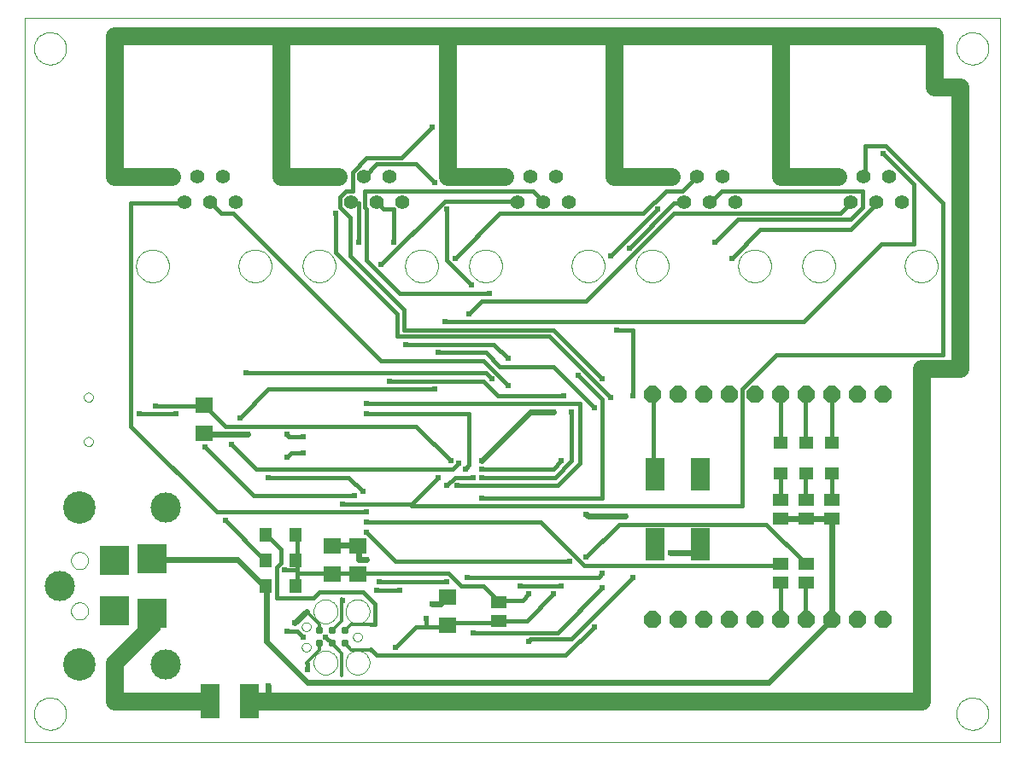
<source format=gbl>
G75*
%MOIN*%
%OFA0B0*%
%FSLAX24Y24*%
%IPPOS*%
%LPD*%
%AMOC8*
5,1,8,0,0,1.08239X$1,22.5*
%
%ADD10C,0.0000*%
%ADD11C,0.0554*%
%ADD12C,0.1181*%
%ADD13C,0.1266*%
%ADD14R,0.1181X0.1181*%
%ADD15R,0.0748X0.1339*%
%ADD16C,0.0310*%
%ADD17R,0.0709X0.0630*%
%ADD18R,0.0472X0.0551*%
%ADD19R,0.0630X0.0512*%
%ADD20OC8,0.0660*%
%ADD21R,0.0591X0.0512*%
%ADD22R,0.0551X0.0472*%
%ADD23R,0.0750X0.1250*%
%ADD24C,0.0240*%
%ADD25C,0.0120*%
%ADD26C,0.0240*%
%ADD27C,0.0180*%
%ADD28C,0.0700*%
D10*
X003100Y000100D02*
X003100Y028396D01*
X041170Y028396D01*
X041170Y000100D01*
X003100Y000100D01*
X003470Y001200D02*
X003472Y001250D01*
X003478Y001300D01*
X003488Y001349D01*
X003502Y001397D01*
X003519Y001444D01*
X003540Y001489D01*
X003565Y001533D01*
X003593Y001574D01*
X003625Y001613D01*
X003659Y001650D01*
X003696Y001684D01*
X003736Y001714D01*
X003778Y001741D01*
X003822Y001765D01*
X003868Y001786D01*
X003915Y001802D01*
X003963Y001815D01*
X004013Y001824D01*
X004062Y001829D01*
X004113Y001830D01*
X004163Y001827D01*
X004212Y001820D01*
X004261Y001809D01*
X004309Y001794D01*
X004355Y001776D01*
X004400Y001754D01*
X004443Y001728D01*
X004484Y001699D01*
X004523Y001667D01*
X004559Y001632D01*
X004591Y001594D01*
X004621Y001554D01*
X004648Y001511D01*
X004671Y001467D01*
X004690Y001421D01*
X004706Y001373D01*
X004718Y001324D01*
X004726Y001275D01*
X004730Y001225D01*
X004730Y001175D01*
X004726Y001125D01*
X004718Y001076D01*
X004706Y001027D01*
X004690Y000979D01*
X004671Y000933D01*
X004648Y000889D01*
X004621Y000846D01*
X004591Y000806D01*
X004559Y000768D01*
X004523Y000733D01*
X004484Y000701D01*
X004443Y000672D01*
X004400Y000646D01*
X004355Y000624D01*
X004309Y000606D01*
X004261Y000591D01*
X004212Y000580D01*
X004163Y000573D01*
X004113Y000570D01*
X004062Y000571D01*
X004013Y000576D01*
X003963Y000585D01*
X003915Y000598D01*
X003868Y000614D01*
X003822Y000635D01*
X003778Y000659D01*
X003736Y000686D01*
X003696Y000716D01*
X003659Y000750D01*
X003625Y000787D01*
X003593Y000826D01*
X003565Y000867D01*
X003540Y000911D01*
X003519Y000956D01*
X003502Y001003D01*
X003488Y001051D01*
X003478Y001100D01*
X003472Y001150D01*
X003470Y001200D01*
X004919Y005216D02*
X004921Y005252D01*
X004927Y005288D01*
X004937Y005323D01*
X004950Y005357D01*
X004967Y005389D01*
X004987Y005419D01*
X005011Y005446D01*
X005037Y005471D01*
X005066Y005493D01*
X005097Y005512D01*
X005130Y005527D01*
X005164Y005539D01*
X005200Y005547D01*
X005236Y005551D01*
X005272Y005551D01*
X005308Y005547D01*
X005344Y005539D01*
X005378Y005527D01*
X005411Y005512D01*
X005442Y005493D01*
X005471Y005471D01*
X005497Y005446D01*
X005521Y005419D01*
X005541Y005389D01*
X005558Y005357D01*
X005571Y005323D01*
X005581Y005288D01*
X005587Y005252D01*
X005589Y005216D01*
X005587Y005180D01*
X005581Y005144D01*
X005571Y005109D01*
X005558Y005075D01*
X005541Y005043D01*
X005521Y005013D01*
X005497Y004986D01*
X005471Y004961D01*
X005442Y004939D01*
X005411Y004920D01*
X005378Y004905D01*
X005344Y004893D01*
X005308Y004885D01*
X005272Y004881D01*
X005236Y004881D01*
X005200Y004885D01*
X005164Y004893D01*
X005130Y004905D01*
X005097Y004920D01*
X005066Y004939D01*
X005037Y004961D01*
X005011Y004986D01*
X004987Y005013D01*
X004967Y005043D01*
X004950Y005075D01*
X004937Y005109D01*
X004927Y005144D01*
X004921Y005180D01*
X004919Y005216D01*
X004919Y007184D02*
X004921Y007220D01*
X004927Y007256D01*
X004937Y007291D01*
X004950Y007325D01*
X004967Y007357D01*
X004987Y007387D01*
X005011Y007414D01*
X005037Y007439D01*
X005066Y007461D01*
X005097Y007480D01*
X005130Y007495D01*
X005164Y007507D01*
X005200Y007515D01*
X005236Y007519D01*
X005272Y007519D01*
X005308Y007515D01*
X005344Y007507D01*
X005378Y007495D01*
X005411Y007480D01*
X005442Y007461D01*
X005471Y007439D01*
X005497Y007414D01*
X005521Y007387D01*
X005541Y007357D01*
X005558Y007325D01*
X005571Y007291D01*
X005581Y007256D01*
X005587Y007220D01*
X005589Y007184D01*
X005587Y007148D01*
X005581Y007112D01*
X005571Y007077D01*
X005558Y007043D01*
X005541Y007011D01*
X005521Y006981D01*
X005497Y006954D01*
X005471Y006929D01*
X005442Y006907D01*
X005411Y006888D01*
X005378Y006873D01*
X005344Y006861D01*
X005308Y006853D01*
X005272Y006849D01*
X005236Y006849D01*
X005200Y006853D01*
X005164Y006861D01*
X005130Y006873D01*
X005097Y006888D01*
X005066Y006907D01*
X005037Y006929D01*
X005011Y006954D01*
X004987Y006981D01*
X004967Y007011D01*
X004950Y007043D01*
X004937Y007077D01*
X004927Y007112D01*
X004921Y007148D01*
X004919Y007184D01*
X005423Y011834D02*
X005425Y011860D01*
X005431Y011886D01*
X005441Y011911D01*
X005454Y011934D01*
X005470Y011954D01*
X005490Y011972D01*
X005512Y011987D01*
X005535Y011999D01*
X005561Y012007D01*
X005587Y012011D01*
X005613Y012011D01*
X005639Y012007D01*
X005665Y011999D01*
X005689Y011987D01*
X005710Y011972D01*
X005730Y011954D01*
X005746Y011934D01*
X005759Y011911D01*
X005769Y011886D01*
X005775Y011860D01*
X005777Y011834D01*
X005775Y011808D01*
X005769Y011782D01*
X005759Y011757D01*
X005746Y011734D01*
X005730Y011714D01*
X005710Y011696D01*
X005688Y011681D01*
X005665Y011669D01*
X005639Y011661D01*
X005613Y011657D01*
X005587Y011657D01*
X005561Y011661D01*
X005535Y011669D01*
X005511Y011681D01*
X005490Y011696D01*
X005470Y011714D01*
X005454Y011734D01*
X005441Y011757D01*
X005431Y011782D01*
X005425Y011808D01*
X005423Y011834D01*
X005423Y013566D02*
X005425Y013592D01*
X005431Y013618D01*
X005441Y013643D01*
X005454Y013666D01*
X005470Y013686D01*
X005490Y013704D01*
X005512Y013719D01*
X005535Y013731D01*
X005561Y013739D01*
X005587Y013743D01*
X005613Y013743D01*
X005639Y013739D01*
X005665Y013731D01*
X005689Y013719D01*
X005710Y013704D01*
X005730Y013686D01*
X005746Y013666D01*
X005759Y013643D01*
X005769Y013618D01*
X005775Y013592D01*
X005777Y013566D01*
X005775Y013540D01*
X005769Y013514D01*
X005759Y013489D01*
X005746Y013466D01*
X005730Y013446D01*
X005710Y013428D01*
X005688Y013413D01*
X005665Y013401D01*
X005639Y013393D01*
X005613Y013389D01*
X005587Y013389D01*
X005561Y013393D01*
X005535Y013401D01*
X005511Y013413D01*
X005490Y013428D01*
X005470Y013446D01*
X005454Y013466D01*
X005441Y013489D01*
X005431Y013514D01*
X005425Y013540D01*
X005423Y013566D01*
X007460Y018700D02*
X007462Y018750D01*
X007468Y018800D01*
X007478Y018849D01*
X007491Y018898D01*
X007509Y018945D01*
X007530Y018991D01*
X007554Y019034D01*
X007582Y019076D01*
X007613Y019116D01*
X007647Y019153D01*
X007684Y019187D01*
X007724Y019218D01*
X007766Y019246D01*
X007809Y019270D01*
X007855Y019291D01*
X007902Y019309D01*
X007951Y019322D01*
X008000Y019332D01*
X008050Y019338D01*
X008100Y019340D01*
X008150Y019338D01*
X008200Y019332D01*
X008249Y019322D01*
X008298Y019309D01*
X008345Y019291D01*
X008391Y019270D01*
X008434Y019246D01*
X008476Y019218D01*
X008516Y019187D01*
X008553Y019153D01*
X008587Y019116D01*
X008618Y019076D01*
X008646Y019034D01*
X008670Y018991D01*
X008691Y018945D01*
X008709Y018898D01*
X008722Y018849D01*
X008732Y018800D01*
X008738Y018750D01*
X008740Y018700D01*
X008738Y018650D01*
X008732Y018600D01*
X008722Y018551D01*
X008709Y018502D01*
X008691Y018455D01*
X008670Y018409D01*
X008646Y018366D01*
X008618Y018324D01*
X008587Y018284D01*
X008553Y018247D01*
X008516Y018213D01*
X008476Y018182D01*
X008434Y018154D01*
X008391Y018130D01*
X008345Y018109D01*
X008298Y018091D01*
X008249Y018078D01*
X008200Y018068D01*
X008150Y018062D01*
X008100Y018060D01*
X008050Y018062D01*
X008000Y018068D01*
X007951Y018078D01*
X007902Y018091D01*
X007855Y018109D01*
X007809Y018130D01*
X007766Y018154D01*
X007724Y018182D01*
X007684Y018213D01*
X007647Y018247D01*
X007613Y018284D01*
X007582Y018324D01*
X007554Y018366D01*
X007530Y018409D01*
X007509Y018455D01*
X007491Y018502D01*
X007478Y018551D01*
X007468Y018600D01*
X007462Y018650D01*
X007460Y018700D01*
X011460Y018700D02*
X011462Y018750D01*
X011468Y018800D01*
X011478Y018849D01*
X011491Y018898D01*
X011509Y018945D01*
X011530Y018991D01*
X011554Y019034D01*
X011582Y019076D01*
X011613Y019116D01*
X011647Y019153D01*
X011684Y019187D01*
X011724Y019218D01*
X011766Y019246D01*
X011809Y019270D01*
X011855Y019291D01*
X011902Y019309D01*
X011951Y019322D01*
X012000Y019332D01*
X012050Y019338D01*
X012100Y019340D01*
X012150Y019338D01*
X012200Y019332D01*
X012249Y019322D01*
X012298Y019309D01*
X012345Y019291D01*
X012391Y019270D01*
X012434Y019246D01*
X012476Y019218D01*
X012516Y019187D01*
X012553Y019153D01*
X012587Y019116D01*
X012618Y019076D01*
X012646Y019034D01*
X012670Y018991D01*
X012691Y018945D01*
X012709Y018898D01*
X012722Y018849D01*
X012732Y018800D01*
X012738Y018750D01*
X012740Y018700D01*
X012738Y018650D01*
X012732Y018600D01*
X012722Y018551D01*
X012709Y018502D01*
X012691Y018455D01*
X012670Y018409D01*
X012646Y018366D01*
X012618Y018324D01*
X012587Y018284D01*
X012553Y018247D01*
X012516Y018213D01*
X012476Y018182D01*
X012434Y018154D01*
X012391Y018130D01*
X012345Y018109D01*
X012298Y018091D01*
X012249Y018078D01*
X012200Y018068D01*
X012150Y018062D01*
X012100Y018060D01*
X012050Y018062D01*
X012000Y018068D01*
X011951Y018078D01*
X011902Y018091D01*
X011855Y018109D01*
X011809Y018130D01*
X011766Y018154D01*
X011724Y018182D01*
X011684Y018213D01*
X011647Y018247D01*
X011613Y018284D01*
X011582Y018324D01*
X011554Y018366D01*
X011530Y018409D01*
X011509Y018455D01*
X011491Y018502D01*
X011478Y018551D01*
X011468Y018600D01*
X011462Y018650D01*
X011460Y018700D01*
X013960Y018700D02*
X013962Y018750D01*
X013968Y018800D01*
X013978Y018849D01*
X013991Y018898D01*
X014009Y018945D01*
X014030Y018991D01*
X014054Y019034D01*
X014082Y019076D01*
X014113Y019116D01*
X014147Y019153D01*
X014184Y019187D01*
X014224Y019218D01*
X014266Y019246D01*
X014309Y019270D01*
X014355Y019291D01*
X014402Y019309D01*
X014451Y019322D01*
X014500Y019332D01*
X014550Y019338D01*
X014600Y019340D01*
X014650Y019338D01*
X014700Y019332D01*
X014749Y019322D01*
X014798Y019309D01*
X014845Y019291D01*
X014891Y019270D01*
X014934Y019246D01*
X014976Y019218D01*
X015016Y019187D01*
X015053Y019153D01*
X015087Y019116D01*
X015118Y019076D01*
X015146Y019034D01*
X015170Y018991D01*
X015191Y018945D01*
X015209Y018898D01*
X015222Y018849D01*
X015232Y018800D01*
X015238Y018750D01*
X015240Y018700D01*
X015238Y018650D01*
X015232Y018600D01*
X015222Y018551D01*
X015209Y018502D01*
X015191Y018455D01*
X015170Y018409D01*
X015146Y018366D01*
X015118Y018324D01*
X015087Y018284D01*
X015053Y018247D01*
X015016Y018213D01*
X014976Y018182D01*
X014934Y018154D01*
X014891Y018130D01*
X014845Y018109D01*
X014798Y018091D01*
X014749Y018078D01*
X014700Y018068D01*
X014650Y018062D01*
X014600Y018060D01*
X014550Y018062D01*
X014500Y018068D01*
X014451Y018078D01*
X014402Y018091D01*
X014355Y018109D01*
X014309Y018130D01*
X014266Y018154D01*
X014224Y018182D01*
X014184Y018213D01*
X014147Y018247D01*
X014113Y018284D01*
X014082Y018324D01*
X014054Y018366D01*
X014030Y018409D01*
X014009Y018455D01*
X013991Y018502D01*
X013978Y018551D01*
X013968Y018600D01*
X013962Y018650D01*
X013960Y018700D01*
X017960Y018700D02*
X017962Y018750D01*
X017968Y018800D01*
X017978Y018849D01*
X017991Y018898D01*
X018009Y018945D01*
X018030Y018991D01*
X018054Y019034D01*
X018082Y019076D01*
X018113Y019116D01*
X018147Y019153D01*
X018184Y019187D01*
X018224Y019218D01*
X018266Y019246D01*
X018309Y019270D01*
X018355Y019291D01*
X018402Y019309D01*
X018451Y019322D01*
X018500Y019332D01*
X018550Y019338D01*
X018600Y019340D01*
X018650Y019338D01*
X018700Y019332D01*
X018749Y019322D01*
X018798Y019309D01*
X018845Y019291D01*
X018891Y019270D01*
X018934Y019246D01*
X018976Y019218D01*
X019016Y019187D01*
X019053Y019153D01*
X019087Y019116D01*
X019118Y019076D01*
X019146Y019034D01*
X019170Y018991D01*
X019191Y018945D01*
X019209Y018898D01*
X019222Y018849D01*
X019232Y018800D01*
X019238Y018750D01*
X019240Y018700D01*
X019238Y018650D01*
X019232Y018600D01*
X019222Y018551D01*
X019209Y018502D01*
X019191Y018455D01*
X019170Y018409D01*
X019146Y018366D01*
X019118Y018324D01*
X019087Y018284D01*
X019053Y018247D01*
X019016Y018213D01*
X018976Y018182D01*
X018934Y018154D01*
X018891Y018130D01*
X018845Y018109D01*
X018798Y018091D01*
X018749Y018078D01*
X018700Y018068D01*
X018650Y018062D01*
X018600Y018060D01*
X018550Y018062D01*
X018500Y018068D01*
X018451Y018078D01*
X018402Y018091D01*
X018355Y018109D01*
X018309Y018130D01*
X018266Y018154D01*
X018224Y018182D01*
X018184Y018213D01*
X018147Y018247D01*
X018113Y018284D01*
X018082Y018324D01*
X018054Y018366D01*
X018030Y018409D01*
X018009Y018455D01*
X017991Y018502D01*
X017978Y018551D01*
X017968Y018600D01*
X017962Y018650D01*
X017960Y018700D01*
X020460Y018700D02*
X020462Y018750D01*
X020468Y018800D01*
X020478Y018849D01*
X020491Y018898D01*
X020509Y018945D01*
X020530Y018991D01*
X020554Y019034D01*
X020582Y019076D01*
X020613Y019116D01*
X020647Y019153D01*
X020684Y019187D01*
X020724Y019218D01*
X020766Y019246D01*
X020809Y019270D01*
X020855Y019291D01*
X020902Y019309D01*
X020951Y019322D01*
X021000Y019332D01*
X021050Y019338D01*
X021100Y019340D01*
X021150Y019338D01*
X021200Y019332D01*
X021249Y019322D01*
X021298Y019309D01*
X021345Y019291D01*
X021391Y019270D01*
X021434Y019246D01*
X021476Y019218D01*
X021516Y019187D01*
X021553Y019153D01*
X021587Y019116D01*
X021618Y019076D01*
X021646Y019034D01*
X021670Y018991D01*
X021691Y018945D01*
X021709Y018898D01*
X021722Y018849D01*
X021732Y018800D01*
X021738Y018750D01*
X021740Y018700D01*
X021738Y018650D01*
X021732Y018600D01*
X021722Y018551D01*
X021709Y018502D01*
X021691Y018455D01*
X021670Y018409D01*
X021646Y018366D01*
X021618Y018324D01*
X021587Y018284D01*
X021553Y018247D01*
X021516Y018213D01*
X021476Y018182D01*
X021434Y018154D01*
X021391Y018130D01*
X021345Y018109D01*
X021298Y018091D01*
X021249Y018078D01*
X021200Y018068D01*
X021150Y018062D01*
X021100Y018060D01*
X021050Y018062D01*
X021000Y018068D01*
X020951Y018078D01*
X020902Y018091D01*
X020855Y018109D01*
X020809Y018130D01*
X020766Y018154D01*
X020724Y018182D01*
X020684Y018213D01*
X020647Y018247D01*
X020613Y018284D01*
X020582Y018324D01*
X020554Y018366D01*
X020530Y018409D01*
X020509Y018455D01*
X020491Y018502D01*
X020478Y018551D01*
X020468Y018600D01*
X020462Y018650D01*
X020460Y018700D01*
X024460Y018700D02*
X024462Y018750D01*
X024468Y018800D01*
X024478Y018849D01*
X024491Y018898D01*
X024509Y018945D01*
X024530Y018991D01*
X024554Y019034D01*
X024582Y019076D01*
X024613Y019116D01*
X024647Y019153D01*
X024684Y019187D01*
X024724Y019218D01*
X024766Y019246D01*
X024809Y019270D01*
X024855Y019291D01*
X024902Y019309D01*
X024951Y019322D01*
X025000Y019332D01*
X025050Y019338D01*
X025100Y019340D01*
X025150Y019338D01*
X025200Y019332D01*
X025249Y019322D01*
X025298Y019309D01*
X025345Y019291D01*
X025391Y019270D01*
X025434Y019246D01*
X025476Y019218D01*
X025516Y019187D01*
X025553Y019153D01*
X025587Y019116D01*
X025618Y019076D01*
X025646Y019034D01*
X025670Y018991D01*
X025691Y018945D01*
X025709Y018898D01*
X025722Y018849D01*
X025732Y018800D01*
X025738Y018750D01*
X025740Y018700D01*
X025738Y018650D01*
X025732Y018600D01*
X025722Y018551D01*
X025709Y018502D01*
X025691Y018455D01*
X025670Y018409D01*
X025646Y018366D01*
X025618Y018324D01*
X025587Y018284D01*
X025553Y018247D01*
X025516Y018213D01*
X025476Y018182D01*
X025434Y018154D01*
X025391Y018130D01*
X025345Y018109D01*
X025298Y018091D01*
X025249Y018078D01*
X025200Y018068D01*
X025150Y018062D01*
X025100Y018060D01*
X025050Y018062D01*
X025000Y018068D01*
X024951Y018078D01*
X024902Y018091D01*
X024855Y018109D01*
X024809Y018130D01*
X024766Y018154D01*
X024724Y018182D01*
X024684Y018213D01*
X024647Y018247D01*
X024613Y018284D01*
X024582Y018324D01*
X024554Y018366D01*
X024530Y018409D01*
X024509Y018455D01*
X024491Y018502D01*
X024478Y018551D01*
X024468Y018600D01*
X024462Y018650D01*
X024460Y018700D01*
X026960Y018700D02*
X026962Y018750D01*
X026968Y018800D01*
X026978Y018849D01*
X026991Y018898D01*
X027009Y018945D01*
X027030Y018991D01*
X027054Y019034D01*
X027082Y019076D01*
X027113Y019116D01*
X027147Y019153D01*
X027184Y019187D01*
X027224Y019218D01*
X027266Y019246D01*
X027309Y019270D01*
X027355Y019291D01*
X027402Y019309D01*
X027451Y019322D01*
X027500Y019332D01*
X027550Y019338D01*
X027600Y019340D01*
X027650Y019338D01*
X027700Y019332D01*
X027749Y019322D01*
X027798Y019309D01*
X027845Y019291D01*
X027891Y019270D01*
X027934Y019246D01*
X027976Y019218D01*
X028016Y019187D01*
X028053Y019153D01*
X028087Y019116D01*
X028118Y019076D01*
X028146Y019034D01*
X028170Y018991D01*
X028191Y018945D01*
X028209Y018898D01*
X028222Y018849D01*
X028232Y018800D01*
X028238Y018750D01*
X028240Y018700D01*
X028238Y018650D01*
X028232Y018600D01*
X028222Y018551D01*
X028209Y018502D01*
X028191Y018455D01*
X028170Y018409D01*
X028146Y018366D01*
X028118Y018324D01*
X028087Y018284D01*
X028053Y018247D01*
X028016Y018213D01*
X027976Y018182D01*
X027934Y018154D01*
X027891Y018130D01*
X027845Y018109D01*
X027798Y018091D01*
X027749Y018078D01*
X027700Y018068D01*
X027650Y018062D01*
X027600Y018060D01*
X027550Y018062D01*
X027500Y018068D01*
X027451Y018078D01*
X027402Y018091D01*
X027355Y018109D01*
X027309Y018130D01*
X027266Y018154D01*
X027224Y018182D01*
X027184Y018213D01*
X027147Y018247D01*
X027113Y018284D01*
X027082Y018324D01*
X027054Y018366D01*
X027030Y018409D01*
X027009Y018455D01*
X026991Y018502D01*
X026978Y018551D01*
X026968Y018600D01*
X026962Y018650D01*
X026960Y018700D01*
X030960Y018700D02*
X030962Y018750D01*
X030968Y018800D01*
X030978Y018849D01*
X030991Y018898D01*
X031009Y018945D01*
X031030Y018991D01*
X031054Y019034D01*
X031082Y019076D01*
X031113Y019116D01*
X031147Y019153D01*
X031184Y019187D01*
X031224Y019218D01*
X031266Y019246D01*
X031309Y019270D01*
X031355Y019291D01*
X031402Y019309D01*
X031451Y019322D01*
X031500Y019332D01*
X031550Y019338D01*
X031600Y019340D01*
X031650Y019338D01*
X031700Y019332D01*
X031749Y019322D01*
X031798Y019309D01*
X031845Y019291D01*
X031891Y019270D01*
X031934Y019246D01*
X031976Y019218D01*
X032016Y019187D01*
X032053Y019153D01*
X032087Y019116D01*
X032118Y019076D01*
X032146Y019034D01*
X032170Y018991D01*
X032191Y018945D01*
X032209Y018898D01*
X032222Y018849D01*
X032232Y018800D01*
X032238Y018750D01*
X032240Y018700D01*
X032238Y018650D01*
X032232Y018600D01*
X032222Y018551D01*
X032209Y018502D01*
X032191Y018455D01*
X032170Y018409D01*
X032146Y018366D01*
X032118Y018324D01*
X032087Y018284D01*
X032053Y018247D01*
X032016Y018213D01*
X031976Y018182D01*
X031934Y018154D01*
X031891Y018130D01*
X031845Y018109D01*
X031798Y018091D01*
X031749Y018078D01*
X031700Y018068D01*
X031650Y018062D01*
X031600Y018060D01*
X031550Y018062D01*
X031500Y018068D01*
X031451Y018078D01*
X031402Y018091D01*
X031355Y018109D01*
X031309Y018130D01*
X031266Y018154D01*
X031224Y018182D01*
X031184Y018213D01*
X031147Y018247D01*
X031113Y018284D01*
X031082Y018324D01*
X031054Y018366D01*
X031030Y018409D01*
X031009Y018455D01*
X030991Y018502D01*
X030978Y018551D01*
X030968Y018600D01*
X030962Y018650D01*
X030960Y018700D01*
X033460Y018700D02*
X033462Y018750D01*
X033468Y018800D01*
X033478Y018849D01*
X033491Y018898D01*
X033509Y018945D01*
X033530Y018991D01*
X033554Y019034D01*
X033582Y019076D01*
X033613Y019116D01*
X033647Y019153D01*
X033684Y019187D01*
X033724Y019218D01*
X033766Y019246D01*
X033809Y019270D01*
X033855Y019291D01*
X033902Y019309D01*
X033951Y019322D01*
X034000Y019332D01*
X034050Y019338D01*
X034100Y019340D01*
X034150Y019338D01*
X034200Y019332D01*
X034249Y019322D01*
X034298Y019309D01*
X034345Y019291D01*
X034391Y019270D01*
X034434Y019246D01*
X034476Y019218D01*
X034516Y019187D01*
X034553Y019153D01*
X034587Y019116D01*
X034618Y019076D01*
X034646Y019034D01*
X034670Y018991D01*
X034691Y018945D01*
X034709Y018898D01*
X034722Y018849D01*
X034732Y018800D01*
X034738Y018750D01*
X034740Y018700D01*
X034738Y018650D01*
X034732Y018600D01*
X034722Y018551D01*
X034709Y018502D01*
X034691Y018455D01*
X034670Y018409D01*
X034646Y018366D01*
X034618Y018324D01*
X034587Y018284D01*
X034553Y018247D01*
X034516Y018213D01*
X034476Y018182D01*
X034434Y018154D01*
X034391Y018130D01*
X034345Y018109D01*
X034298Y018091D01*
X034249Y018078D01*
X034200Y018068D01*
X034150Y018062D01*
X034100Y018060D01*
X034050Y018062D01*
X034000Y018068D01*
X033951Y018078D01*
X033902Y018091D01*
X033855Y018109D01*
X033809Y018130D01*
X033766Y018154D01*
X033724Y018182D01*
X033684Y018213D01*
X033647Y018247D01*
X033613Y018284D01*
X033582Y018324D01*
X033554Y018366D01*
X033530Y018409D01*
X033509Y018455D01*
X033491Y018502D01*
X033478Y018551D01*
X033468Y018600D01*
X033462Y018650D01*
X033460Y018700D01*
X037460Y018700D02*
X037462Y018750D01*
X037468Y018800D01*
X037478Y018849D01*
X037491Y018898D01*
X037509Y018945D01*
X037530Y018991D01*
X037554Y019034D01*
X037582Y019076D01*
X037613Y019116D01*
X037647Y019153D01*
X037684Y019187D01*
X037724Y019218D01*
X037766Y019246D01*
X037809Y019270D01*
X037855Y019291D01*
X037902Y019309D01*
X037951Y019322D01*
X038000Y019332D01*
X038050Y019338D01*
X038100Y019340D01*
X038150Y019338D01*
X038200Y019332D01*
X038249Y019322D01*
X038298Y019309D01*
X038345Y019291D01*
X038391Y019270D01*
X038434Y019246D01*
X038476Y019218D01*
X038516Y019187D01*
X038553Y019153D01*
X038587Y019116D01*
X038618Y019076D01*
X038646Y019034D01*
X038670Y018991D01*
X038691Y018945D01*
X038709Y018898D01*
X038722Y018849D01*
X038732Y018800D01*
X038738Y018750D01*
X038740Y018700D01*
X038738Y018650D01*
X038732Y018600D01*
X038722Y018551D01*
X038709Y018502D01*
X038691Y018455D01*
X038670Y018409D01*
X038646Y018366D01*
X038618Y018324D01*
X038587Y018284D01*
X038553Y018247D01*
X038516Y018213D01*
X038476Y018182D01*
X038434Y018154D01*
X038391Y018130D01*
X038345Y018109D01*
X038298Y018091D01*
X038249Y018078D01*
X038200Y018068D01*
X038150Y018062D01*
X038100Y018060D01*
X038050Y018062D01*
X038000Y018068D01*
X037951Y018078D01*
X037902Y018091D01*
X037855Y018109D01*
X037809Y018130D01*
X037766Y018154D01*
X037724Y018182D01*
X037684Y018213D01*
X037647Y018247D01*
X037613Y018284D01*
X037582Y018324D01*
X037554Y018366D01*
X037530Y018409D01*
X037509Y018455D01*
X037491Y018502D01*
X037478Y018551D01*
X037468Y018600D01*
X037462Y018650D01*
X037460Y018700D01*
X039470Y027200D02*
X039472Y027250D01*
X039478Y027300D01*
X039488Y027349D01*
X039502Y027397D01*
X039519Y027444D01*
X039540Y027489D01*
X039565Y027533D01*
X039593Y027574D01*
X039625Y027613D01*
X039659Y027650D01*
X039696Y027684D01*
X039736Y027714D01*
X039778Y027741D01*
X039822Y027765D01*
X039868Y027786D01*
X039915Y027802D01*
X039963Y027815D01*
X040013Y027824D01*
X040062Y027829D01*
X040113Y027830D01*
X040163Y027827D01*
X040212Y027820D01*
X040261Y027809D01*
X040309Y027794D01*
X040355Y027776D01*
X040400Y027754D01*
X040443Y027728D01*
X040484Y027699D01*
X040523Y027667D01*
X040559Y027632D01*
X040591Y027594D01*
X040621Y027554D01*
X040648Y027511D01*
X040671Y027467D01*
X040690Y027421D01*
X040706Y027373D01*
X040718Y027324D01*
X040726Y027275D01*
X040730Y027225D01*
X040730Y027175D01*
X040726Y027125D01*
X040718Y027076D01*
X040706Y027027D01*
X040690Y026979D01*
X040671Y026933D01*
X040648Y026889D01*
X040621Y026846D01*
X040591Y026806D01*
X040559Y026768D01*
X040523Y026733D01*
X040484Y026701D01*
X040443Y026672D01*
X040400Y026646D01*
X040355Y026624D01*
X040309Y026606D01*
X040261Y026591D01*
X040212Y026580D01*
X040163Y026573D01*
X040113Y026570D01*
X040062Y026571D01*
X040013Y026576D01*
X039963Y026585D01*
X039915Y026598D01*
X039868Y026614D01*
X039822Y026635D01*
X039778Y026659D01*
X039736Y026686D01*
X039696Y026716D01*
X039659Y026750D01*
X039625Y026787D01*
X039593Y026826D01*
X039565Y026867D01*
X039540Y026911D01*
X039519Y026956D01*
X039502Y027003D01*
X039488Y027051D01*
X039478Y027100D01*
X039472Y027150D01*
X039470Y027200D01*
X015633Y005200D02*
X015635Y005243D01*
X015641Y005286D01*
X015651Y005328D01*
X015665Y005369D01*
X015682Y005408D01*
X015703Y005446D01*
X015727Y005481D01*
X015755Y005515D01*
X015785Y005545D01*
X015819Y005573D01*
X015854Y005597D01*
X015892Y005618D01*
X015931Y005635D01*
X015972Y005649D01*
X016014Y005659D01*
X016057Y005665D01*
X016100Y005667D01*
X016143Y005665D01*
X016186Y005659D01*
X016228Y005649D01*
X016269Y005635D01*
X016308Y005618D01*
X016346Y005597D01*
X016381Y005573D01*
X016415Y005545D01*
X016445Y005515D01*
X016473Y005481D01*
X016497Y005446D01*
X016518Y005408D01*
X016535Y005369D01*
X016549Y005328D01*
X016559Y005286D01*
X016565Y005243D01*
X016567Y005200D01*
X016565Y005157D01*
X016559Y005114D01*
X016549Y005072D01*
X016535Y005031D01*
X016518Y004992D01*
X016497Y004954D01*
X016473Y004919D01*
X016445Y004885D01*
X016415Y004855D01*
X016381Y004827D01*
X016346Y004803D01*
X016308Y004782D01*
X016269Y004765D01*
X016228Y004751D01*
X016186Y004741D01*
X016143Y004735D01*
X016100Y004733D01*
X016057Y004735D01*
X016014Y004741D01*
X015972Y004751D01*
X015931Y004765D01*
X015892Y004782D01*
X015854Y004803D01*
X015819Y004827D01*
X015785Y004855D01*
X015755Y004885D01*
X015727Y004919D01*
X015703Y004954D01*
X015682Y004992D01*
X015665Y005031D01*
X015651Y005072D01*
X015641Y005114D01*
X015635Y005157D01*
X015633Y005200D01*
X014383Y005200D02*
X014385Y005243D01*
X014391Y005286D01*
X014401Y005328D01*
X014415Y005369D01*
X014432Y005408D01*
X014453Y005446D01*
X014477Y005481D01*
X014505Y005515D01*
X014535Y005545D01*
X014569Y005573D01*
X014604Y005597D01*
X014642Y005618D01*
X014681Y005635D01*
X014722Y005649D01*
X014764Y005659D01*
X014807Y005665D01*
X014850Y005667D01*
X014893Y005665D01*
X014936Y005659D01*
X014978Y005649D01*
X015019Y005635D01*
X015058Y005618D01*
X015096Y005597D01*
X015131Y005573D01*
X015165Y005545D01*
X015195Y005515D01*
X015223Y005481D01*
X015247Y005446D01*
X015268Y005408D01*
X015285Y005369D01*
X015299Y005328D01*
X015309Y005286D01*
X015315Y005243D01*
X015317Y005200D01*
X015315Y005157D01*
X015309Y005114D01*
X015299Y005072D01*
X015285Y005031D01*
X015268Y004992D01*
X015247Y004954D01*
X015223Y004919D01*
X015195Y004885D01*
X015165Y004855D01*
X015131Y004827D01*
X015096Y004803D01*
X015058Y004782D01*
X015019Y004765D01*
X014978Y004751D01*
X014936Y004741D01*
X014893Y004735D01*
X014850Y004733D01*
X014807Y004735D01*
X014764Y004741D01*
X014722Y004751D01*
X014681Y004765D01*
X014642Y004782D01*
X014604Y004803D01*
X014569Y004827D01*
X014535Y004855D01*
X014505Y004885D01*
X014477Y004919D01*
X014453Y004954D01*
X014432Y004992D01*
X014415Y005031D01*
X014401Y005072D01*
X014391Y005114D01*
X014385Y005157D01*
X014383Y005200D01*
X013925Y004600D02*
X013927Y004626D01*
X013933Y004652D01*
X013942Y004676D01*
X013955Y004699D01*
X013972Y004719D01*
X013991Y004737D01*
X014013Y004752D01*
X014036Y004763D01*
X014061Y004771D01*
X014087Y004775D01*
X014113Y004775D01*
X014139Y004771D01*
X014164Y004763D01*
X014188Y004752D01*
X014209Y004737D01*
X014228Y004719D01*
X014245Y004699D01*
X014258Y004676D01*
X014267Y004652D01*
X014273Y004626D01*
X014275Y004600D01*
X014273Y004574D01*
X014267Y004548D01*
X014258Y004524D01*
X014245Y004501D01*
X014228Y004481D01*
X014209Y004463D01*
X014187Y004448D01*
X014164Y004437D01*
X014139Y004429D01*
X014113Y004425D01*
X014087Y004425D01*
X014061Y004429D01*
X014036Y004437D01*
X014012Y004448D01*
X013991Y004463D01*
X013972Y004481D01*
X013955Y004501D01*
X013942Y004524D01*
X013933Y004548D01*
X013927Y004574D01*
X013925Y004600D01*
X013925Y003800D02*
X013927Y003826D01*
X013933Y003852D01*
X013942Y003876D01*
X013955Y003899D01*
X013972Y003919D01*
X013991Y003937D01*
X014013Y003952D01*
X014036Y003963D01*
X014061Y003971D01*
X014087Y003975D01*
X014113Y003975D01*
X014139Y003971D01*
X014164Y003963D01*
X014188Y003952D01*
X014209Y003937D01*
X014228Y003919D01*
X014245Y003899D01*
X014258Y003876D01*
X014267Y003852D01*
X014273Y003826D01*
X014275Y003800D01*
X014273Y003774D01*
X014267Y003748D01*
X014258Y003724D01*
X014245Y003701D01*
X014228Y003681D01*
X014209Y003663D01*
X014187Y003648D01*
X014164Y003637D01*
X014139Y003629D01*
X014113Y003625D01*
X014087Y003625D01*
X014061Y003629D01*
X014036Y003637D01*
X014012Y003648D01*
X013991Y003663D01*
X013972Y003681D01*
X013955Y003701D01*
X013942Y003724D01*
X013933Y003748D01*
X013927Y003774D01*
X013925Y003800D01*
X014383Y003200D02*
X014385Y003243D01*
X014391Y003286D01*
X014401Y003328D01*
X014415Y003369D01*
X014432Y003408D01*
X014453Y003446D01*
X014477Y003481D01*
X014505Y003515D01*
X014535Y003545D01*
X014569Y003573D01*
X014604Y003597D01*
X014642Y003618D01*
X014681Y003635D01*
X014722Y003649D01*
X014764Y003659D01*
X014807Y003665D01*
X014850Y003667D01*
X014893Y003665D01*
X014936Y003659D01*
X014978Y003649D01*
X015019Y003635D01*
X015058Y003618D01*
X015096Y003597D01*
X015131Y003573D01*
X015165Y003545D01*
X015195Y003515D01*
X015223Y003481D01*
X015247Y003446D01*
X015268Y003408D01*
X015285Y003369D01*
X015299Y003328D01*
X015309Y003286D01*
X015315Y003243D01*
X015317Y003200D01*
X015315Y003157D01*
X015309Y003114D01*
X015299Y003072D01*
X015285Y003031D01*
X015268Y002992D01*
X015247Y002954D01*
X015223Y002919D01*
X015195Y002885D01*
X015165Y002855D01*
X015131Y002827D01*
X015096Y002803D01*
X015058Y002782D01*
X015019Y002765D01*
X014978Y002751D01*
X014936Y002741D01*
X014893Y002735D01*
X014850Y002733D01*
X014807Y002735D01*
X014764Y002741D01*
X014722Y002751D01*
X014681Y002765D01*
X014642Y002782D01*
X014604Y002803D01*
X014569Y002827D01*
X014535Y002855D01*
X014505Y002885D01*
X014477Y002919D01*
X014453Y002954D01*
X014432Y002992D01*
X014415Y003031D01*
X014401Y003072D01*
X014391Y003114D01*
X014385Y003157D01*
X014383Y003200D01*
X015633Y003200D02*
X015635Y003243D01*
X015641Y003286D01*
X015651Y003328D01*
X015665Y003369D01*
X015682Y003408D01*
X015703Y003446D01*
X015727Y003481D01*
X015755Y003515D01*
X015785Y003545D01*
X015819Y003573D01*
X015854Y003597D01*
X015892Y003618D01*
X015931Y003635D01*
X015972Y003649D01*
X016014Y003659D01*
X016057Y003665D01*
X016100Y003667D01*
X016143Y003665D01*
X016186Y003659D01*
X016228Y003649D01*
X016269Y003635D01*
X016308Y003618D01*
X016346Y003597D01*
X016381Y003573D01*
X016415Y003545D01*
X016445Y003515D01*
X016473Y003481D01*
X016497Y003446D01*
X016518Y003408D01*
X016535Y003369D01*
X016549Y003328D01*
X016559Y003286D01*
X016565Y003243D01*
X016567Y003200D01*
X016565Y003157D01*
X016559Y003114D01*
X016549Y003072D01*
X016535Y003031D01*
X016518Y002992D01*
X016497Y002954D01*
X016473Y002919D01*
X016445Y002885D01*
X016415Y002855D01*
X016381Y002827D01*
X016346Y002803D01*
X016308Y002782D01*
X016269Y002765D01*
X016228Y002751D01*
X016186Y002741D01*
X016143Y002735D01*
X016100Y002733D01*
X016057Y002735D01*
X016014Y002741D01*
X015972Y002751D01*
X015931Y002765D01*
X015892Y002782D01*
X015854Y002803D01*
X015819Y002827D01*
X015785Y002855D01*
X015755Y002885D01*
X015727Y002919D01*
X015703Y002954D01*
X015682Y002992D01*
X015665Y003031D01*
X015651Y003072D01*
X015641Y003114D01*
X015635Y003157D01*
X015633Y003200D01*
X015925Y004200D02*
X015927Y004226D01*
X015933Y004252D01*
X015942Y004276D01*
X015955Y004299D01*
X015972Y004319D01*
X015991Y004337D01*
X016013Y004352D01*
X016036Y004363D01*
X016061Y004371D01*
X016087Y004375D01*
X016113Y004375D01*
X016139Y004371D01*
X016164Y004363D01*
X016188Y004352D01*
X016209Y004337D01*
X016228Y004319D01*
X016245Y004299D01*
X016258Y004276D01*
X016267Y004252D01*
X016273Y004226D01*
X016275Y004200D01*
X016273Y004174D01*
X016267Y004148D01*
X016258Y004124D01*
X016245Y004101D01*
X016228Y004081D01*
X016209Y004063D01*
X016187Y004048D01*
X016164Y004037D01*
X016139Y004029D01*
X016113Y004025D01*
X016087Y004025D01*
X016061Y004029D01*
X016036Y004037D01*
X016012Y004048D01*
X015991Y004063D01*
X015972Y004081D01*
X015955Y004101D01*
X015942Y004124D01*
X015933Y004148D01*
X015927Y004174D01*
X015925Y004200D01*
X039470Y001200D02*
X039472Y001250D01*
X039478Y001300D01*
X039488Y001349D01*
X039502Y001397D01*
X039519Y001444D01*
X039540Y001489D01*
X039565Y001533D01*
X039593Y001574D01*
X039625Y001613D01*
X039659Y001650D01*
X039696Y001684D01*
X039736Y001714D01*
X039778Y001741D01*
X039822Y001765D01*
X039868Y001786D01*
X039915Y001802D01*
X039963Y001815D01*
X040013Y001824D01*
X040062Y001829D01*
X040113Y001830D01*
X040163Y001827D01*
X040212Y001820D01*
X040261Y001809D01*
X040309Y001794D01*
X040355Y001776D01*
X040400Y001754D01*
X040443Y001728D01*
X040484Y001699D01*
X040523Y001667D01*
X040559Y001632D01*
X040591Y001594D01*
X040621Y001554D01*
X040648Y001511D01*
X040671Y001467D01*
X040690Y001421D01*
X040706Y001373D01*
X040718Y001324D01*
X040726Y001275D01*
X040730Y001225D01*
X040730Y001175D01*
X040726Y001125D01*
X040718Y001076D01*
X040706Y001027D01*
X040690Y000979D01*
X040671Y000933D01*
X040648Y000889D01*
X040621Y000846D01*
X040591Y000806D01*
X040559Y000768D01*
X040523Y000733D01*
X040484Y000701D01*
X040443Y000672D01*
X040400Y000646D01*
X040355Y000624D01*
X040309Y000606D01*
X040261Y000591D01*
X040212Y000580D01*
X040163Y000573D01*
X040113Y000570D01*
X040062Y000571D01*
X040013Y000576D01*
X039963Y000585D01*
X039915Y000598D01*
X039868Y000614D01*
X039822Y000635D01*
X039778Y000659D01*
X039736Y000686D01*
X039696Y000716D01*
X039659Y000750D01*
X039625Y000787D01*
X039593Y000826D01*
X039565Y000867D01*
X039540Y000911D01*
X039519Y000956D01*
X039502Y001003D01*
X039488Y001051D01*
X039478Y001100D01*
X039472Y001150D01*
X039470Y001200D01*
X003470Y027200D02*
X003472Y027250D01*
X003478Y027300D01*
X003488Y027349D01*
X003502Y027397D01*
X003519Y027444D01*
X003540Y027489D01*
X003565Y027533D01*
X003593Y027574D01*
X003625Y027613D01*
X003659Y027650D01*
X003696Y027684D01*
X003736Y027714D01*
X003778Y027741D01*
X003822Y027765D01*
X003868Y027786D01*
X003915Y027802D01*
X003963Y027815D01*
X004013Y027824D01*
X004062Y027829D01*
X004113Y027830D01*
X004163Y027827D01*
X004212Y027820D01*
X004261Y027809D01*
X004309Y027794D01*
X004355Y027776D01*
X004400Y027754D01*
X004443Y027728D01*
X004484Y027699D01*
X004523Y027667D01*
X004559Y027632D01*
X004591Y027594D01*
X004621Y027554D01*
X004648Y027511D01*
X004671Y027467D01*
X004690Y027421D01*
X004706Y027373D01*
X004718Y027324D01*
X004726Y027275D01*
X004730Y027225D01*
X004730Y027175D01*
X004726Y027125D01*
X004718Y027076D01*
X004706Y027027D01*
X004690Y026979D01*
X004671Y026933D01*
X004648Y026889D01*
X004621Y026846D01*
X004591Y026806D01*
X004559Y026768D01*
X004523Y026733D01*
X004484Y026701D01*
X004443Y026672D01*
X004400Y026646D01*
X004355Y026624D01*
X004309Y026606D01*
X004261Y026591D01*
X004212Y026580D01*
X004163Y026573D01*
X004113Y026570D01*
X004062Y026571D01*
X004013Y026576D01*
X003963Y026585D01*
X003915Y026598D01*
X003868Y026614D01*
X003822Y026635D01*
X003778Y026659D01*
X003736Y026686D01*
X003696Y026716D01*
X003659Y026750D01*
X003625Y026787D01*
X003593Y026826D01*
X003565Y026867D01*
X003540Y026911D01*
X003519Y026956D01*
X003502Y027003D01*
X003488Y027051D01*
X003478Y027100D01*
X003472Y027150D01*
X003470Y027200D01*
D11*
X008850Y022200D03*
X009850Y022200D03*
X010850Y022200D03*
X010350Y021200D03*
X009350Y021200D03*
X011350Y021200D03*
X015350Y022200D03*
X016350Y022200D03*
X017350Y022200D03*
X016850Y021200D03*
X015850Y021200D03*
X017850Y021200D03*
X021850Y022200D03*
X022850Y022200D03*
X023850Y022200D03*
X023350Y021200D03*
X022350Y021200D03*
X024350Y021200D03*
X028350Y022200D03*
X029350Y022200D03*
X030350Y022200D03*
X029850Y021200D03*
X028850Y021200D03*
X030850Y021200D03*
X034850Y022200D03*
X035850Y022200D03*
X036850Y022200D03*
X036350Y021200D03*
X035350Y021200D03*
X037350Y021200D03*
D12*
X008600Y009271D03*
X004466Y006200D03*
X008600Y003129D03*
D13*
X005254Y003129D03*
X005254Y009271D03*
D14*
X008069Y007263D03*
X006631Y007184D03*
X006631Y005216D03*
X008069Y005137D03*
D15*
X010332Y001700D03*
X011868Y001700D03*
D16*
X014600Y003950D03*
X014600Y004450D03*
X015100Y004450D03*
X015100Y003950D03*
X015600Y003950D03*
X015600Y004450D03*
D17*
X015100Y006649D03*
X016100Y006649D03*
X016100Y007751D03*
X015100Y007751D03*
X019600Y005751D03*
X019600Y004649D03*
X010100Y012149D03*
X010100Y013251D03*
D18*
X012509Y008200D03*
X013691Y008200D03*
X013691Y007200D03*
X013691Y006200D03*
X012509Y006200D03*
X012509Y007200D03*
D19*
X021600Y005574D03*
X021600Y004826D03*
D20*
X027600Y004899D03*
X028600Y004899D03*
X029600Y004899D03*
X030600Y004899D03*
X031600Y004899D03*
X032600Y004899D03*
X033600Y004899D03*
X034600Y004899D03*
X035600Y004899D03*
X036600Y004899D03*
X036600Y013694D03*
X035600Y013694D03*
X034600Y013694D03*
X033600Y013694D03*
X032600Y013694D03*
X031600Y013694D03*
X030600Y013694D03*
X029600Y013694D03*
X028600Y013694D03*
X027600Y013694D03*
D21*
X032600Y009574D03*
X033600Y009574D03*
X034600Y009574D03*
X034600Y008826D03*
X033600Y008826D03*
X032600Y008826D03*
X032600Y007074D03*
X032600Y006326D03*
X033600Y006326D03*
X033600Y007074D03*
D22*
X033600Y010609D03*
X032600Y010609D03*
X032600Y011791D03*
X033600Y011791D03*
X034600Y011791D03*
X034600Y010609D03*
D23*
X029475Y010575D03*
X027725Y010575D03*
X027725Y007825D03*
X029475Y007825D03*
D24*
X029420Y007800D01*
X029100Y007480D01*
X028300Y007480D01*
X026540Y008920D02*
X025100Y008920D01*
X025020Y009000D01*
X022860Y013000D02*
X020940Y011080D01*
X022860Y013000D02*
X023740Y013000D01*
X016100Y007751D02*
X016140Y007640D01*
X016140Y007240D01*
X016460Y007240D01*
X016100Y007751D02*
X016060Y007800D01*
X015100Y007800D01*
X015100Y007751D01*
X012509Y006200D02*
X012540Y006120D01*
X012540Y004040D01*
X014140Y002440D01*
X032140Y002440D01*
X034540Y004840D01*
X034600Y004899D01*
X034620Y004920D01*
X034620Y008760D01*
X034600Y008826D01*
X034540Y008840D01*
X033660Y008840D01*
X033600Y008826D01*
X033580Y008840D01*
X032620Y008840D01*
X032600Y008826D01*
X019600Y005751D02*
X019580Y005720D01*
X019340Y005480D01*
X019020Y005480D01*
X014100Y005200D02*
X013660Y004760D01*
X012509Y006200D02*
X012460Y006200D01*
X011420Y007240D01*
X008140Y007240D01*
X008069Y007263D01*
X010140Y012120D02*
X010100Y012149D01*
X010140Y012120D02*
X011820Y012120D01*
X012620Y002280D02*
X012620Y001700D01*
D25*
X014100Y003200D02*
X014600Y003700D01*
X014600Y003950D01*
X014600Y004450D02*
X014600Y004700D01*
X014100Y005200D01*
X015100Y004450D02*
X015475Y004825D01*
X015475Y005640D01*
X015475Y005700D01*
X015850Y004700D02*
X016600Y004700D01*
X015850Y004700D02*
X015600Y004450D01*
X015600Y003950D02*
X015850Y003700D01*
X016600Y003700D01*
X015475Y003575D02*
X015475Y002700D01*
X015475Y003575D02*
X015100Y003950D01*
D26*
X014860Y004200D03*
X013980Y004200D03*
X013660Y004760D03*
X013340Y004440D03*
X014140Y002920D03*
X012620Y002280D03*
X017580Y003800D03*
X018780Y004920D03*
X019020Y005480D03*
X019580Y006360D03*
X020380Y006520D03*
X022460Y006200D03*
X022780Y005880D03*
X023740Y005880D03*
X024060Y006200D03*
X024380Y007160D03*
X025020Y007320D03*
X025660Y006680D03*
X025660Y006120D03*
X026860Y006520D03*
X028300Y007480D03*
X026540Y008920D03*
X025020Y009000D03*
X024060Y011080D03*
X023740Y013000D03*
X024460Y013000D03*
X024140Y013640D03*
X025340Y013160D03*
X025980Y013560D03*
X025660Y014280D03*
X024700Y014440D03*
X026860Y013640D03*
X026220Y016200D03*
X025980Y019080D03*
X026700Y019400D03*
X027820Y020920D03*
X030060Y019640D03*
X030700Y019000D03*
X036620Y023080D03*
X021980Y015080D03*
X021340Y014280D03*
X021980Y014040D03*
X019100Y013880D03*
X019260Y015320D03*
X017980Y015640D03*
X019500Y016520D03*
X020460Y016840D03*
X021260Y017640D03*
X020540Y017960D03*
X019900Y019000D03*
X017500Y019640D03*
X017020Y018760D03*
X016140Y019640D03*
X015260Y020760D03*
X019100Y021960D03*
X019580Y020920D03*
X019020Y024120D03*
X011740Y014520D03*
X011500Y012760D03*
X011820Y012120D03*
X011180Y011720D03*
X010140Y011640D03*
X009020Y012920D03*
X008220Y013240D03*
X007580Y012920D03*
X012620Y010440D03*
X013340Y011240D03*
X013980Y011400D03*
X013980Y012040D03*
X013340Y012120D03*
X016300Y009880D03*
X015980Y009720D03*
X015500Y009400D03*
X016460Y009080D03*
X016460Y008680D03*
X016460Y008280D03*
X016460Y007240D03*
X016940Y006360D03*
X016860Y006040D03*
X017740Y006040D03*
X015500Y005640D03*
X013260Y006840D03*
X010940Y008760D03*
X016460Y012920D03*
X016460Y013320D03*
X017340Y014200D03*
X019740Y011080D03*
X020060Y011000D03*
X020300Y010760D03*
X020620Y010440D03*
X020940Y010440D03*
X020940Y010760D03*
X020940Y011080D03*
X019980Y010120D03*
X019580Y010120D03*
X019260Y010440D03*
X020940Y009640D03*
X025340Y004600D03*
X022780Y004040D03*
X020620Y004360D03*
D27*
X023900Y004360D01*
X025660Y006120D01*
X025500Y006520D02*
X020380Y006520D01*
X020140Y006200D02*
X019660Y006680D01*
X016140Y006680D01*
X016100Y006649D01*
X016060Y006680D01*
X015100Y006680D01*
X015100Y006649D01*
X015020Y006680D01*
X013740Y006680D01*
X013740Y006200D01*
X013691Y006200D01*
X014380Y005720D02*
X014620Y005960D01*
X016300Y005960D01*
X016780Y005480D01*
X016780Y004680D01*
X016620Y004680D01*
X016600Y004700D01*
X016620Y003720D02*
X016600Y003700D01*
X016620Y003720D02*
X016860Y003480D01*
X024220Y003480D01*
X025340Y004600D01*
X024460Y004120D02*
X026860Y006520D01*
X025660Y006680D02*
X025500Y006520D01*
X024940Y007000D02*
X023260Y008680D01*
X016460Y008680D01*
X016460Y008280D02*
X017580Y007160D01*
X024380Y007160D01*
X024940Y007000D02*
X032540Y007000D01*
X032600Y007074D01*
X032600Y006326D02*
X032620Y006280D01*
X032620Y004920D01*
X032600Y004899D01*
X033580Y004920D02*
X033600Y004899D01*
X033580Y004920D02*
X033580Y006280D01*
X033600Y006326D01*
X033600Y007074D02*
X033580Y007080D01*
X032060Y008600D01*
X026300Y008600D01*
X025020Y007320D01*
X024060Y006200D02*
X022460Y006200D01*
X022780Y005880D02*
X022540Y005640D01*
X021660Y005640D01*
X021600Y005574D01*
X021580Y005640D01*
X021020Y006200D01*
X020140Y006200D01*
X019580Y006360D02*
X016940Y006360D01*
X016860Y006040D02*
X017740Y006040D01*
X018780Y004920D02*
X018780Y004600D01*
X018380Y004600D01*
X017580Y003800D01*
X018780Y004600D02*
X019580Y004600D01*
X019600Y004649D01*
X019660Y004680D01*
X019740Y004760D01*
X021580Y004760D01*
X021600Y004826D01*
X021660Y004840D01*
X022700Y004840D01*
X023740Y005880D01*
X024460Y004120D02*
X022860Y004120D01*
X022780Y004040D01*
X015500Y005640D02*
X015475Y005640D01*
X014380Y005720D02*
X012940Y005720D01*
X012940Y006920D01*
X013100Y007080D01*
X013100Y007640D01*
X012540Y008200D01*
X012509Y008200D01*
X012460Y007240D02*
X012509Y007200D01*
X012460Y007240D02*
X010940Y008760D01*
X010620Y009080D02*
X007260Y012440D01*
X007260Y021160D01*
X009340Y021160D01*
X009350Y021200D01*
X010350Y021200D02*
X010380Y021160D01*
X010780Y020760D01*
X011260Y020760D01*
X017020Y015000D01*
X021020Y015000D01*
X021980Y014040D01*
X021580Y013640D02*
X024140Y013640D01*
X024780Y013320D02*
X016460Y013320D01*
X016460Y012920D02*
X020460Y012920D01*
X020460Y010920D01*
X020300Y010760D01*
X020060Y011000D02*
X019820Y010760D01*
X012140Y010760D01*
X011180Y011720D01*
X010940Y012440D02*
X010140Y013240D01*
X010100Y013251D01*
X010060Y013240D01*
X008220Y013240D01*
X007580Y012920D02*
X009020Y012920D01*
X010140Y011640D02*
X012060Y009720D01*
X015980Y009720D01*
X016300Y009880D02*
X015740Y010440D01*
X012620Y010440D01*
X013340Y011240D02*
X013500Y011400D01*
X013980Y011400D01*
X013980Y012040D02*
X013420Y012040D01*
X013340Y012120D01*
X012620Y013880D02*
X011500Y012760D01*
X010940Y012440D02*
X018380Y012440D01*
X019740Y011080D01*
X019900Y010440D02*
X020620Y010440D01*
X020940Y010440D02*
X023820Y010440D01*
X024460Y011080D01*
X024460Y013000D01*
X024780Y013320D02*
X024780Y011000D01*
X023900Y010120D01*
X019980Y010120D01*
X019900Y010440D02*
X019580Y010120D01*
X019260Y010440D02*
X018220Y009400D01*
X018220Y009320D01*
X031100Y009320D01*
X031100Y013880D01*
X032460Y015240D01*
X038940Y015240D01*
X038940Y021160D01*
X036700Y023400D01*
X035900Y023400D01*
X035900Y022200D01*
X035850Y022200D01*
X035820Y021640D02*
X030300Y021640D01*
X029900Y021240D01*
X029850Y021200D01*
X028850Y021200D02*
X028780Y021160D01*
X028460Y021160D01*
X026700Y019400D01*
X025980Y019080D02*
X027820Y020920D01*
X027260Y020760D02*
X028140Y021640D01*
X028780Y021640D01*
X029340Y022200D01*
X029350Y022200D01*
X028460Y020760D02*
X034940Y020760D01*
X035340Y021160D01*
X035350Y021200D01*
X035820Y021000D02*
X035820Y021640D01*
X035820Y021000D02*
X035340Y020520D01*
X030940Y020520D01*
X030060Y019640D01*
X030700Y019000D02*
X031820Y020120D01*
X035340Y020120D01*
X036380Y021160D01*
X036350Y021200D01*
X037820Y021880D02*
X037820Y019560D01*
X036540Y019560D01*
X033500Y016520D01*
X019500Y016520D01*
X020460Y016840D02*
X020940Y017320D01*
X025020Y017320D01*
X028460Y020760D01*
X027260Y020760D02*
X021660Y020760D01*
X019900Y019000D01*
X019580Y018920D02*
X019580Y020920D01*
X019500Y021240D02*
X022300Y021240D01*
X022350Y021200D01*
X022940Y021640D02*
X023340Y021240D01*
X023350Y021200D01*
X022940Y021640D02*
X016380Y021640D01*
X016380Y021000D01*
X016460Y020920D01*
X016460Y018920D01*
X017740Y017640D01*
X021260Y017640D01*
X020540Y017960D02*
X019580Y018920D01*
X017500Y019640D02*
X017500Y020920D01*
X017100Y020920D01*
X016860Y021160D01*
X016850Y021200D01*
X016140Y021160D02*
X015900Y021160D01*
X015850Y021200D01*
X016140Y021160D02*
X016140Y019640D01*
X015820Y019080D02*
X017900Y017000D01*
X017900Y016200D01*
X023740Y016200D01*
X025660Y014280D01*
X025980Y013560D02*
X023580Y015960D01*
X017660Y015960D01*
X017660Y016840D01*
X015260Y019240D01*
X015260Y020760D01*
X015420Y021000D02*
X015820Y020600D01*
X015820Y019080D01*
X017020Y018760D02*
X019500Y021240D01*
X019100Y021960D02*
X018380Y022680D01*
X016860Y022680D01*
X016380Y022200D01*
X016350Y022200D01*
X015900Y022360D02*
X015900Y021640D01*
X015660Y021640D01*
X015420Y021400D01*
X015420Y021000D01*
X015900Y022360D02*
X016460Y022920D01*
X017820Y022920D01*
X019020Y024120D01*
X026220Y016200D02*
X026860Y016200D01*
X026860Y013640D01*
X027600Y013694D02*
X027660Y013640D01*
X027660Y010600D01*
X027725Y010575D01*
X025660Y009640D02*
X020940Y009640D01*
X020940Y010760D02*
X023740Y010760D01*
X024060Y011080D01*
X025660Y009640D02*
X025660Y013480D01*
X024700Y014440D01*
X023740Y014760D02*
X021660Y014760D01*
X021100Y015320D01*
X019260Y015320D01*
X017980Y015640D02*
X021420Y015640D01*
X021980Y015080D01*
X021340Y014280D02*
X021100Y014520D01*
X011740Y014520D01*
X012620Y013880D02*
X019100Y013880D01*
X017340Y014200D02*
X021020Y014200D01*
X021580Y013640D01*
X023740Y014760D02*
X025340Y013160D01*
X032600Y013694D02*
X032620Y013640D01*
X032620Y011800D01*
X032600Y011791D01*
X033580Y011800D02*
X033600Y011791D01*
X033580Y011800D02*
X033580Y013640D01*
X033600Y013694D01*
X034600Y013694D02*
X034620Y013640D01*
X034620Y011800D01*
X034600Y011791D01*
X034600Y010609D02*
X034620Y010600D01*
X034620Y009640D01*
X034600Y009574D01*
X033600Y009574D02*
X033580Y009640D01*
X033580Y010600D01*
X033600Y010609D01*
X032620Y010600D02*
X032600Y010609D01*
X032620Y010600D02*
X032620Y009640D01*
X032600Y009574D01*
X018220Y009400D02*
X015500Y009400D01*
X016460Y009080D02*
X010620Y009080D01*
X013691Y008200D02*
X013740Y008200D01*
X013740Y007240D01*
X013691Y007200D01*
X013740Y007160D01*
X013740Y006840D01*
X013260Y006840D01*
X013740Y006840D02*
X013740Y006680D01*
X013740Y004440D02*
X013340Y004440D01*
X013740Y004440D02*
X013980Y004200D01*
X014860Y004200D02*
X015100Y003960D01*
X015100Y003950D01*
X014140Y003160D02*
X014100Y003200D01*
X014140Y003160D02*
X014140Y002920D01*
X036620Y023080D02*
X037820Y021880D01*
D28*
X034850Y022200D02*
X032600Y022200D01*
X032600Y027700D01*
X026100Y027700D01*
X026100Y022200D01*
X028350Y022200D01*
X021850Y022200D02*
X019600Y022200D01*
X019600Y027700D01*
X013100Y027700D01*
X013100Y022200D01*
X015350Y022200D01*
X008850Y022200D02*
X006600Y022200D01*
X006600Y027700D01*
X013100Y027700D01*
X019600Y027700D02*
X026100Y027700D01*
X032600Y027700D02*
X038600Y027700D01*
X038600Y025700D01*
X039600Y025700D01*
X039600Y014700D01*
X038100Y014700D01*
X038100Y001700D01*
X012620Y001700D01*
X011868Y001700D01*
X010332Y001700D02*
X006600Y001700D01*
X006600Y003200D01*
X008069Y004669D01*
X008069Y005137D01*
M02*

</source>
